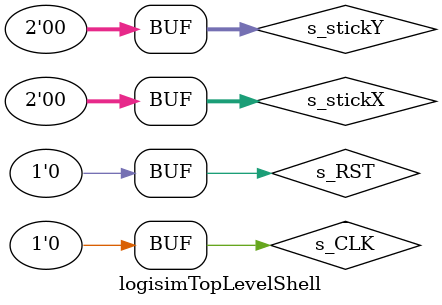
<source format=v>
/******************************************************************************
 ** Logisim-evolution goes FPGA automatic generated Verilog code             **
 ** https://github.com/logisim-evolution/                                    **
 **                                                                          **
 ** Component : logisimTopLevelShell                                         **
 **                                                                          **
 *****************************************************************************/

module logisimTopLevelShell(  );

   /*******************************************************************************
   ** The wires are defined here                                                 **
   *******************************************************************************/
   wire       s_CLK;
   wire       s_RST;
   wire [2:0] s_pixelX;
   wire [2:0] s_pixelY;
   wire [1:0] s_stickX;
   wire [1:0] s_stickY;

   /*******************************************************************************
   ** The module functionality is described here                                 **
   *******************************************************************************/

   /*******************************************************************************
   ** All signal adaptations are performed here                                  **
   *******************************************************************************/
   assign s_CLK       = 1'b0;
   assign s_RST       = 1'b0;
   assign s_stickX[0] = 1'b0;
   assign s_stickX[1] = 1'b0;
   assign s_stickY[0] = 1'b0;
   assign s_stickY[1] = 1'b0;

   /*******************************************************************************
   ** The toplevel component is connected here                                   **
   *******************************************************************************/
   xyTracker   CIRCUIT_0 (.CLK(s_CLK),
                          .RST(s_RST),
                          .pixelX(s_pixelX),
                          .pixelY(s_pixelY),
                          .stickX(s_stickX),
                          .stickY(s_stickY));
endmodule

</source>
